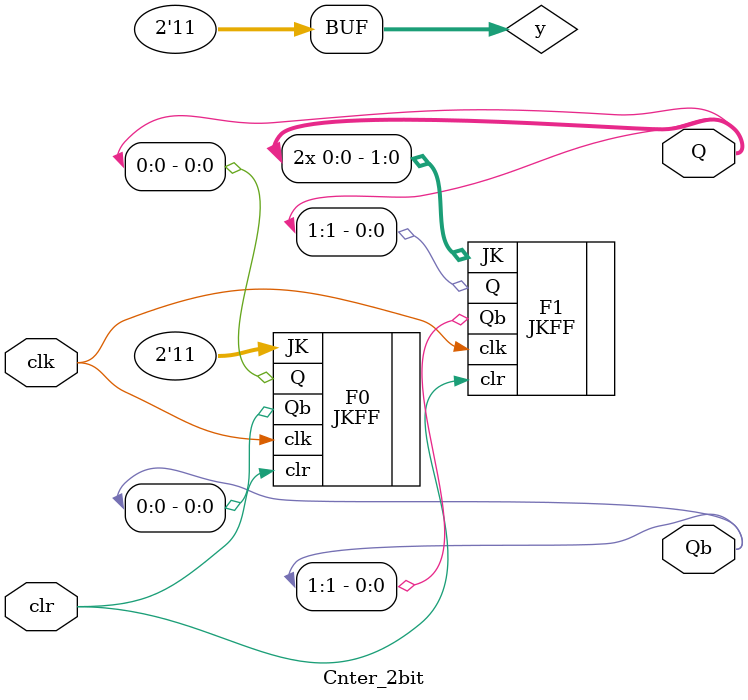
<source format=sv>
module Cnter_2bit(
    input clr,
    input clk,
    output [1:0] Q,
    output [1:0] Qb
    );
    wire [1:0] y;
    assign y = {1'b1, 1'b1};
    JKFF F0 (.clk(clk), .JK(y), .clr(clr), .Q(Q[0]), .Qb(Qb[0]));
    JKFF F1 (.clk(clk), .JK({Q[0], Q[0]}), .clr(clr), .Q(Q[1]), .Qb(Qb[1]));
endmodule
</source>
